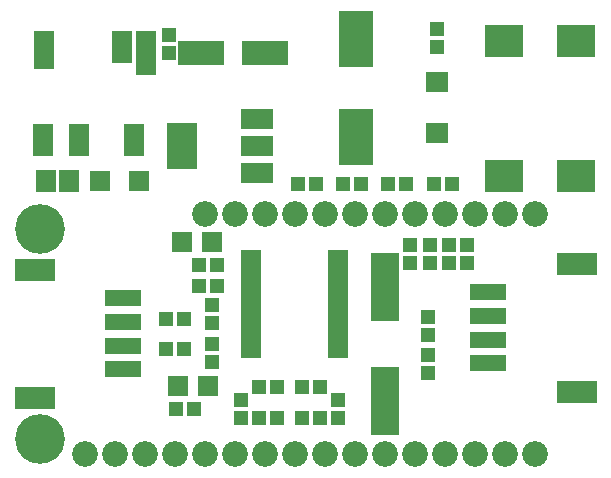
<source format=gts>
G04 #@! TF.GenerationSoftware,KiCad,Pcbnew,(2018-02-15 revision 29b28de31)-makepkg*
G04 #@! TF.CreationDate,2018-11-16T08:15:48+03:00*
G04 #@! TF.ProjectId,ATM90E26_Featherwing,41544D39304532365F46656174686572,rev?*
G04 #@! TF.SameCoordinates,Original*
G04 #@! TF.FileFunction,Soldermask,Top*
G04 #@! TF.FilePolarity,Negative*
%FSLAX46Y46*%
G04 Gerber Fmt 4.6, Leading zero omitted, Abs format (unit mm)*
G04 Created by KiCad (PCBNEW (2018-02-15 revision 29b28de31)-makepkg) date 11/16/18 08:15:48*
%MOMM*%
%LPD*%
G01*
G04 APERTURE LIST*
%ADD10R,1.289000X1.289000*%
%ADD11R,1.797000X1.797000*%
%ADD12R,1.797000X0.748000*%
%ADD13R,2.686000X1.670000*%
%ADD14R,2.559000X3.956000*%
%ADD15R,1.870000X1.670000*%
%ADD16R,1.162000X1.289000*%
%ADD17R,3.140000X1.410000*%
%ADD18R,3.400000X1.900000*%
%ADD19R,2.330400X5.734000*%
%ADD20C,4.210000*%
%ADD21C,2.178000*%
%ADD22R,3.200000X2.800000*%
%ADD23R,1.670000X1.670000*%
%ADD24R,1.670000X3.702000*%
%ADD25R,1.670000X2.686000*%
%ADD26R,1.670000X3.194000*%
%ADD27R,3.900000X2.000000*%
%ADD28R,2.900000X4.700000*%
%ADD29R,1.700000X1.900000*%
G04 APERTURE END LIST*
D10*
X140597000Y-112370000D03*
X140597000Y-110846000D03*
D11*
X134374000Y-100305000D03*
X131072000Y-100305000D03*
D10*
X158885000Y-115037000D03*
X158885000Y-116561000D03*
X158885000Y-113386000D03*
X158885000Y-111862000D03*
X162187000Y-105766000D03*
X162187000Y-107290000D03*
X157361000Y-105766000D03*
X157361000Y-107290000D03*
X140978000Y-109195000D03*
X139454000Y-109195000D03*
X139454000Y-107417000D03*
X140978000Y-107417000D03*
X139073000Y-119609000D03*
X137549000Y-119609000D03*
X149715000Y-117780000D03*
X148191000Y-117780000D03*
X146058000Y-117780000D03*
X144534000Y-117780000D03*
X159647000Y-89001600D03*
X159647000Y-87477600D03*
X136914000Y-89509600D03*
X136914000Y-87985600D03*
X140597000Y-114148000D03*
X140597000Y-115672000D03*
D12*
X151238000Y-106494000D03*
X151238000Y-107144000D03*
X151238000Y-107794000D03*
X151238000Y-108444000D03*
X151238000Y-109094000D03*
X151238000Y-109744000D03*
X151238000Y-110394000D03*
X151238000Y-111694000D03*
X151238000Y-111044000D03*
X151238000Y-112344000D03*
X151238000Y-112994000D03*
X151238000Y-113644000D03*
X151238000Y-114294000D03*
X151238000Y-114944000D03*
X143926000Y-106494000D03*
X143926000Y-107144000D03*
X143926000Y-107794000D03*
X143926000Y-108444000D03*
X143926000Y-109094000D03*
X143926000Y-109744000D03*
X143926000Y-110394000D03*
X143926000Y-111044000D03*
X143926000Y-111694000D03*
X143926000Y-112344000D03*
X143926000Y-112994000D03*
X143926000Y-113644000D03*
X143926000Y-114294000D03*
X143926000Y-114944000D03*
D13*
X144407000Y-99669600D03*
X144407000Y-97383600D03*
X144407000Y-95097600D03*
D14*
X138057000Y-97383600D03*
D15*
X159647000Y-96231600D03*
X159647000Y-91931600D03*
D10*
X143010000Y-118847000D03*
X143010000Y-120371000D03*
X144534000Y-120371000D03*
X146058000Y-120371000D03*
X138184000Y-114529000D03*
X136660000Y-114529000D03*
X160663000Y-105766000D03*
X160663000Y-107290000D03*
X159012000Y-107290000D03*
X159012000Y-105766000D03*
X136660000Y-111989000D03*
X138184000Y-111989000D03*
X151265000Y-120371000D03*
X151265000Y-118847000D03*
X149715000Y-120371000D03*
X148191000Y-120371000D03*
X160917000Y-100559000D03*
X159393000Y-100559000D03*
X155456000Y-100559000D03*
X156980000Y-100559000D03*
X147836000Y-100559000D03*
X149360000Y-100559000D03*
D16*
X151646000Y-100559000D03*
X153170000Y-100559000D03*
D17*
X163992000Y-109751000D03*
X163992000Y-111751000D03*
X163992000Y-113751000D03*
X163992000Y-115751000D03*
D18*
X171492000Y-107351000D03*
X171492000Y-118151000D03*
X125577000Y-107859000D03*
X125577000Y-118659000D03*
D17*
X133077000Y-110259000D03*
X133077000Y-112259000D03*
X133077000Y-114259000D03*
X133077000Y-116259000D03*
D19*
X155202000Y-118974000D03*
X155202000Y-109322000D03*
D20*
X125992000Y-104369000D03*
X125992000Y-122149000D03*
D21*
X139962000Y-103099000D03*
X142502000Y-103099000D03*
X145042000Y-103099000D03*
X147582000Y-103099000D03*
X150122000Y-103099000D03*
X152662000Y-103099000D03*
X155202000Y-103099000D03*
X157742000Y-103099000D03*
X160282000Y-103099000D03*
X162822000Y-103099000D03*
X165362000Y-103099000D03*
X167902000Y-103099000D03*
X139962000Y-123419000D03*
X142502000Y-123419000D03*
X145042000Y-123419000D03*
X147582000Y-123419000D03*
X150122000Y-123419000D03*
X152662000Y-123419000D03*
X155202000Y-123419000D03*
X157742000Y-123419000D03*
X160282000Y-123419000D03*
X162822000Y-123419000D03*
X165362000Y-123419000D03*
X167902000Y-123419000D03*
X137422000Y-123419000D03*
X134882000Y-123419000D03*
X132342000Y-123419000D03*
X129802000Y-123419000D03*
D22*
X165297000Y-99908600D03*
X165297000Y-88508600D03*
X171397000Y-88508600D03*
X171397000Y-99908600D03*
D23*
X140216000Y-117704000D03*
X137676000Y-117704000D03*
X138057000Y-105512000D03*
X140597000Y-105512000D03*
D24*
X135009000Y-89509600D03*
D25*
X132977000Y-89001600D03*
D26*
X126373000Y-89255600D03*
D25*
X133993000Y-96875600D03*
X129294000Y-96875600D03*
X126246000Y-96875600D03*
D27*
X139675000Y-89509600D03*
X145075000Y-89509600D03*
D28*
X152789000Y-96580600D03*
X152789000Y-88280600D03*
D29*
X126566000Y-100305000D03*
X128466000Y-100305000D03*
M02*

</source>
